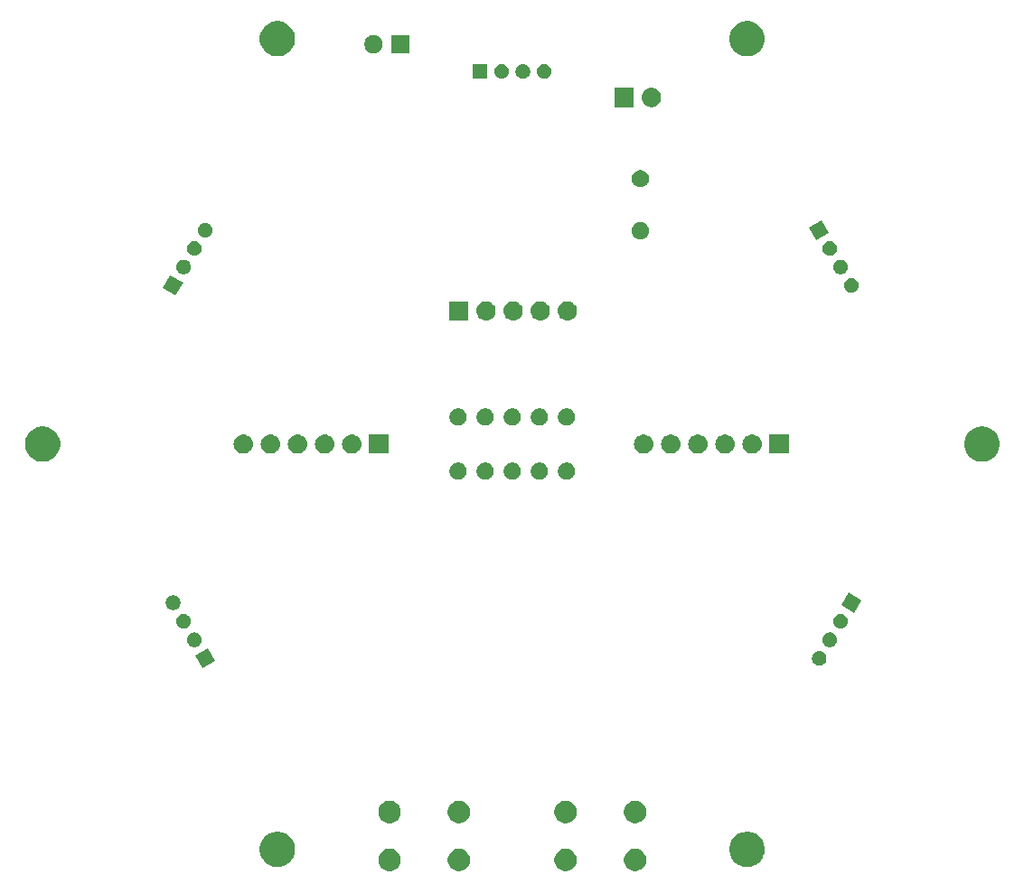
<source format=gbs>
G04 #@! TF.GenerationSoftware,KiCad,Pcbnew,(5.0.2)-1*
G04 #@! TF.CreationDate,2020-05-05T14:41:23+09:00*
G04 #@! TF.ProjectId,Ground,47726f75-6e64-42e6-9b69-6361645f7063,rev?*
G04 #@! TF.SameCoordinates,Original*
G04 #@! TF.FileFunction,Soldermask,Bot*
G04 #@! TF.FilePolarity,Negative*
%FSLAX46Y46*%
G04 Gerber Fmt 4.6, Leading zero omitted, Abs format (unit mm)*
G04 Created by KiCad (PCBNEW (5.0.2)-1) date 2020/05/05 14:41:23*
%MOMM*%
%LPD*%
G01*
G04 APERTURE LIST*
%ADD10C,0.100000*%
G04 APERTURE END LIST*
D10*
G36*
X125306565Y-142989389D02*
X125497834Y-143068615D01*
X125669976Y-143183637D01*
X125816363Y-143330024D01*
X125931385Y-143502166D01*
X126010611Y-143693435D01*
X126051000Y-143896484D01*
X126051000Y-144103516D01*
X126010611Y-144306565D01*
X125931385Y-144497834D01*
X125816363Y-144669976D01*
X125669976Y-144816363D01*
X125497834Y-144931385D01*
X125306565Y-145010611D01*
X125103516Y-145051000D01*
X124896484Y-145051000D01*
X124693435Y-145010611D01*
X124502166Y-144931385D01*
X124330024Y-144816363D01*
X124183637Y-144669976D01*
X124068615Y-144497834D01*
X123989389Y-144306565D01*
X123949000Y-144103516D01*
X123949000Y-143896484D01*
X123989389Y-143693435D01*
X124068615Y-143502166D01*
X124183637Y-143330024D01*
X124330024Y-143183637D01*
X124502166Y-143068615D01*
X124693435Y-142989389D01*
X124896484Y-142949000D01*
X125103516Y-142949000D01*
X125306565Y-142989389D01*
X125306565Y-142989389D01*
G37*
G36*
X118806565Y-142989389D02*
X118997834Y-143068615D01*
X119169976Y-143183637D01*
X119316363Y-143330024D01*
X119431385Y-143502166D01*
X119510611Y-143693435D01*
X119551000Y-143896484D01*
X119551000Y-144103516D01*
X119510611Y-144306565D01*
X119431385Y-144497834D01*
X119316363Y-144669976D01*
X119169976Y-144816363D01*
X118997834Y-144931385D01*
X118806565Y-145010611D01*
X118603516Y-145051000D01*
X118396484Y-145051000D01*
X118193435Y-145010611D01*
X118002166Y-144931385D01*
X117830024Y-144816363D01*
X117683637Y-144669976D01*
X117568615Y-144497834D01*
X117489389Y-144306565D01*
X117449000Y-144103516D01*
X117449000Y-143896484D01*
X117489389Y-143693435D01*
X117568615Y-143502166D01*
X117683637Y-143330024D01*
X117830024Y-143183637D01*
X118002166Y-143068615D01*
X118193435Y-142989389D01*
X118396484Y-142949000D01*
X118603516Y-142949000D01*
X118806565Y-142989389D01*
X118806565Y-142989389D01*
G37*
G36*
X141806565Y-142989389D02*
X141997834Y-143068615D01*
X142169976Y-143183637D01*
X142316363Y-143330024D01*
X142431385Y-143502166D01*
X142510611Y-143693435D01*
X142551000Y-143896484D01*
X142551000Y-144103516D01*
X142510611Y-144306565D01*
X142431385Y-144497834D01*
X142316363Y-144669976D01*
X142169976Y-144816363D01*
X141997834Y-144931385D01*
X141806565Y-145010611D01*
X141603516Y-145051000D01*
X141396484Y-145051000D01*
X141193435Y-145010611D01*
X141002166Y-144931385D01*
X140830024Y-144816363D01*
X140683637Y-144669976D01*
X140568615Y-144497834D01*
X140489389Y-144306565D01*
X140449000Y-144103516D01*
X140449000Y-143896484D01*
X140489389Y-143693435D01*
X140568615Y-143502166D01*
X140683637Y-143330024D01*
X140830024Y-143183637D01*
X141002166Y-143068615D01*
X141193435Y-142989389D01*
X141396484Y-142949000D01*
X141603516Y-142949000D01*
X141806565Y-142989389D01*
X141806565Y-142989389D01*
G37*
G36*
X135306565Y-142989389D02*
X135497834Y-143068615D01*
X135669976Y-143183637D01*
X135816363Y-143330024D01*
X135931385Y-143502166D01*
X136010611Y-143693435D01*
X136051000Y-143896484D01*
X136051000Y-144103516D01*
X136010611Y-144306565D01*
X135931385Y-144497834D01*
X135816363Y-144669976D01*
X135669976Y-144816363D01*
X135497834Y-144931385D01*
X135306565Y-145010611D01*
X135103516Y-145051000D01*
X134896484Y-145051000D01*
X134693435Y-145010611D01*
X134502166Y-144931385D01*
X134330024Y-144816363D01*
X134183637Y-144669976D01*
X134068615Y-144497834D01*
X133989389Y-144306565D01*
X133949000Y-144103516D01*
X133949000Y-143896484D01*
X133989389Y-143693435D01*
X134068615Y-143502166D01*
X134183637Y-143330024D01*
X134330024Y-143183637D01*
X134502166Y-143068615D01*
X134693435Y-142989389D01*
X134896484Y-142949000D01*
X135103516Y-142949000D01*
X135306565Y-142989389D01*
X135306565Y-142989389D01*
G37*
G36*
X152375256Y-141391298D02*
X152481579Y-141412447D01*
X152782042Y-141536903D01*
X153048852Y-141715180D01*
X153052454Y-141717587D01*
X153282413Y-141947546D01*
X153463098Y-142217960D01*
X153587553Y-142518422D01*
X153651000Y-142837389D01*
X153651000Y-143162611D01*
X153617699Y-143330024D01*
X153587553Y-143481579D01*
X153499799Y-143693435D01*
X153463098Y-143782040D01*
X153282413Y-144052454D01*
X153052454Y-144282413D01*
X153052451Y-144282415D01*
X152782042Y-144463097D01*
X152481579Y-144587553D01*
X152375256Y-144608702D01*
X152162611Y-144651000D01*
X151837389Y-144651000D01*
X151624744Y-144608702D01*
X151518421Y-144587553D01*
X151217958Y-144463097D01*
X150947549Y-144282415D01*
X150947546Y-144282413D01*
X150717587Y-144052454D01*
X150536902Y-143782040D01*
X150500201Y-143693435D01*
X150412447Y-143481579D01*
X150382301Y-143330024D01*
X150349000Y-143162611D01*
X150349000Y-142837389D01*
X150412447Y-142518422D01*
X150536902Y-142217960D01*
X150717587Y-141947546D01*
X150947546Y-141717587D01*
X150951148Y-141715180D01*
X151217958Y-141536903D01*
X151518421Y-141412447D01*
X151624744Y-141391298D01*
X151837389Y-141349000D01*
X152162611Y-141349000D01*
X152375256Y-141391298D01*
X152375256Y-141391298D01*
G37*
G36*
X108375256Y-141391298D02*
X108481579Y-141412447D01*
X108782042Y-141536903D01*
X109048852Y-141715180D01*
X109052454Y-141717587D01*
X109282413Y-141947546D01*
X109463098Y-142217960D01*
X109587553Y-142518422D01*
X109651000Y-142837389D01*
X109651000Y-143162611D01*
X109617699Y-143330024D01*
X109587553Y-143481579D01*
X109499799Y-143693435D01*
X109463098Y-143782040D01*
X109282413Y-144052454D01*
X109052454Y-144282413D01*
X109052451Y-144282415D01*
X108782042Y-144463097D01*
X108481579Y-144587553D01*
X108375256Y-144608702D01*
X108162611Y-144651000D01*
X107837389Y-144651000D01*
X107624744Y-144608702D01*
X107518421Y-144587553D01*
X107217958Y-144463097D01*
X106947549Y-144282415D01*
X106947546Y-144282413D01*
X106717587Y-144052454D01*
X106536902Y-143782040D01*
X106500201Y-143693435D01*
X106412447Y-143481579D01*
X106382301Y-143330024D01*
X106349000Y-143162611D01*
X106349000Y-142837389D01*
X106412447Y-142518422D01*
X106536902Y-142217960D01*
X106717587Y-141947546D01*
X106947546Y-141717587D01*
X106951148Y-141715180D01*
X107217958Y-141536903D01*
X107518421Y-141412447D01*
X107624744Y-141391298D01*
X107837389Y-141349000D01*
X108162611Y-141349000D01*
X108375256Y-141391298D01*
X108375256Y-141391298D01*
G37*
G36*
X141806565Y-138489389D02*
X141997834Y-138568615D01*
X142169976Y-138683637D01*
X142316363Y-138830024D01*
X142431385Y-139002166D01*
X142510611Y-139193435D01*
X142551000Y-139396484D01*
X142551000Y-139603516D01*
X142510611Y-139806565D01*
X142431385Y-139997834D01*
X142316363Y-140169976D01*
X142169976Y-140316363D01*
X141997834Y-140431385D01*
X141806565Y-140510611D01*
X141603516Y-140551000D01*
X141396484Y-140551000D01*
X141193435Y-140510611D01*
X141002166Y-140431385D01*
X140830024Y-140316363D01*
X140683637Y-140169976D01*
X140568615Y-139997834D01*
X140489389Y-139806565D01*
X140449000Y-139603516D01*
X140449000Y-139396484D01*
X140489389Y-139193435D01*
X140568615Y-139002166D01*
X140683637Y-138830024D01*
X140830024Y-138683637D01*
X141002166Y-138568615D01*
X141193435Y-138489389D01*
X141396484Y-138449000D01*
X141603516Y-138449000D01*
X141806565Y-138489389D01*
X141806565Y-138489389D01*
G37*
G36*
X118806565Y-138489389D02*
X118997834Y-138568615D01*
X119169976Y-138683637D01*
X119316363Y-138830024D01*
X119431385Y-139002166D01*
X119510611Y-139193435D01*
X119551000Y-139396484D01*
X119551000Y-139603516D01*
X119510611Y-139806565D01*
X119431385Y-139997834D01*
X119316363Y-140169976D01*
X119169976Y-140316363D01*
X118997834Y-140431385D01*
X118806565Y-140510611D01*
X118603516Y-140551000D01*
X118396484Y-140551000D01*
X118193435Y-140510611D01*
X118002166Y-140431385D01*
X117830024Y-140316363D01*
X117683637Y-140169976D01*
X117568615Y-139997834D01*
X117489389Y-139806565D01*
X117449000Y-139603516D01*
X117449000Y-139396484D01*
X117489389Y-139193435D01*
X117568615Y-139002166D01*
X117683637Y-138830024D01*
X117830024Y-138683637D01*
X118002166Y-138568615D01*
X118193435Y-138489389D01*
X118396484Y-138449000D01*
X118603516Y-138449000D01*
X118806565Y-138489389D01*
X118806565Y-138489389D01*
G37*
G36*
X125306565Y-138489389D02*
X125497834Y-138568615D01*
X125669976Y-138683637D01*
X125816363Y-138830024D01*
X125931385Y-139002166D01*
X126010611Y-139193435D01*
X126051000Y-139396484D01*
X126051000Y-139603516D01*
X126010611Y-139806565D01*
X125931385Y-139997834D01*
X125816363Y-140169976D01*
X125669976Y-140316363D01*
X125497834Y-140431385D01*
X125306565Y-140510611D01*
X125103516Y-140551000D01*
X124896484Y-140551000D01*
X124693435Y-140510611D01*
X124502166Y-140431385D01*
X124330024Y-140316363D01*
X124183637Y-140169976D01*
X124068615Y-139997834D01*
X123989389Y-139806565D01*
X123949000Y-139603516D01*
X123949000Y-139396484D01*
X123989389Y-139193435D01*
X124068615Y-139002166D01*
X124183637Y-138830024D01*
X124330024Y-138683637D01*
X124502166Y-138568615D01*
X124693435Y-138489389D01*
X124896484Y-138449000D01*
X125103516Y-138449000D01*
X125306565Y-138489389D01*
X125306565Y-138489389D01*
G37*
G36*
X135306565Y-138489389D02*
X135497834Y-138568615D01*
X135669976Y-138683637D01*
X135816363Y-138830024D01*
X135931385Y-139002166D01*
X136010611Y-139193435D01*
X136051000Y-139396484D01*
X136051000Y-139603516D01*
X136010611Y-139806565D01*
X135931385Y-139997834D01*
X135816363Y-140169976D01*
X135669976Y-140316363D01*
X135497834Y-140431385D01*
X135306565Y-140510611D01*
X135103516Y-140551000D01*
X134896484Y-140551000D01*
X134693435Y-140510611D01*
X134502166Y-140431385D01*
X134330024Y-140316363D01*
X134183637Y-140169976D01*
X134068615Y-139997834D01*
X133989389Y-139806565D01*
X133949000Y-139603516D01*
X133949000Y-139396484D01*
X133989389Y-139193435D01*
X134068615Y-139002166D01*
X134183637Y-138830024D01*
X134330024Y-138683637D01*
X134502166Y-138568615D01*
X134693435Y-138489389D01*
X134896484Y-138449000D01*
X135103516Y-138449000D01*
X135306565Y-138489389D01*
X135306565Y-138489389D01*
G37*
G36*
X102158349Y-125323885D02*
X100970161Y-126009885D01*
X100284161Y-124821697D01*
X101472349Y-124135697D01*
X102158349Y-125323885D01*
X102158349Y-125323885D01*
G37*
G36*
X158953947Y-124413213D02*
X159078789Y-124464924D01*
X159191152Y-124540003D01*
X159286697Y-124635548D01*
X159361776Y-124747911D01*
X159413487Y-124872753D01*
X159439849Y-125005284D01*
X159439849Y-125140418D01*
X159413487Y-125272949D01*
X159361776Y-125397791D01*
X159286697Y-125510154D01*
X159191152Y-125605699D01*
X159078789Y-125680778D01*
X158953947Y-125732489D01*
X158821416Y-125758851D01*
X158686282Y-125758851D01*
X158553751Y-125732489D01*
X158428909Y-125680778D01*
X158316546Y-125605699D01*
X158221001Y-125510154D01*
X158145922Y-125397791D01*
X158094211Y-125272949D01*
X158067849Y-125140418D01*
X158067849Y-125005284D01*
X158094211Y-124872753D01*
X158145922Y-124747911D01*
X158221001Y-124635548D01*
X158316546Y-124540003D01*
X158428909Y-124464924D01*
X158553751Y-124413213D01*
X158686282Y-124386851D01*
X158821416Y-124386851D01*
X158953947Y-124413213D01*
X158953947Y-124413213D01*
G37*
G36*
X100420489Y-122679846D02*
X100545331Y-122731557D01*
X100657694Y-122806636D01*
X100753239Y-122902181D01*
X100828318Y-123014544D01*
X100880029Y-123139386D01*
X100906391Y-123271917D01*
X100906391Y-123407051D01*
X100880029Y-123539582D01*
X100828318Y-123664424D01*
X100753239Y-123776787D01*
X100657694Y-123872332D01*
X100545331Y-123947411D01*
X100420489Y-123999122D01*
X100287958Y-124025484D01*
X100152824Y-124025484D01*
X100020293Y-123999122D01*
X99895451Y-123947411D01*
X99783088Y-123872332D01*
X99687543Y-123776787D01*
X99612464Y-123664424D01*
X99560753Y-123539582D01*
X99534391Y-123407051D01*
X99534391Y-123271917D01*
X99560753Y-123139386D01*
X99612464Y-123014544D01*
X99687543Y-122902181D01*
X99783088Y-122806636D01*
X99895451Y-122731557D01*
X100020293Y-122679846D01*
X100152824Y-122653484D01*
X100287958Y-122653484D01*
X100420489Y-122679846D01*
X100420489Y-122679846D01*
G37*
G36*
X159954707Y-122679846D02*
X160079549Y-122731557D01*
X160191912Y-122806636D01*
X160287457Y-122902181D01*
X160362536Y-123014544D01*
X160414247Y-123139386D01*
X160440609Y-123271917D01*
X160440609Y-123407051D01*
X160414247Y-123539582D01*
X160362536Y-123664424D01*
X160287457Y-123776787D01*
X160191912Y-123872332D01*
X160079549Y-123947411D01*
X159954707Y-123999122D01*
X159822176Y-124025484D01*
X159687042Y-124025484D01*
X159554511Y-123999122D01*
X159429669Y-123947411D01*
X159317306Y-123872332D01*
X159221761Y-123776787D01*
X159146682Y-123664424D01*
X159094971Y-123539582D01*
X159068609Y-123407051D01*
X159068609Y-123271917D01*
X159094971Y-123139386D01*
X159146682Y-123014544D01*
X159221761Y-122902181D01*
X159317306Y-122806636D01*
X159429669Y-122731557D01*
X159554511Y-122679846D01*
X159687042Y-122653484D01*
X159822176Y-122653484D01*
X159954707Y-122679846D01*
X159954707Y-122679846D01*
G37*
G36*
X160952927Y-120950878D02*
X161077769Y-121002589D01*
X161190132Y-121077668D01*
X161285677Y-121173213D01*
X161360756Y-121285576D01*
X161412467Y-121410418D01*
X161438829Y-121542949D01*
X161438829Y-121678083D01*
X161412467Y-121810614D01*
X161360756Y-121935456D01*
X161285677Y-122047819D01*
X161190132Y-122143364D01*
X161077769Y-122218443D01*
X160952927Y-122270154D01*
X160820396Y-122296516D01*
X160685262Y-122296516D01*
X160552731Y-122270154D01*
X160427889Y-122218443D01*
X160315526Y-122143364D01*
X160219981Y-122047819D01*
X160144902Y-121935456D01*
X160093191Y-121810614D01*
X160066829Y-121678083D01*
X160066829Y-121542949D01*
X160093191Y-121410418D01*
X160144902Y-121285576D01*
X160219981Y-121173213D01*
X160315526Y-121077668D01*
X160427889Y-121002589D01*
X160552731Y-120950878D01*
X160685262Y-120924516D01*
X160820396Y-120924516D01*
X160952927Y-120950878D01*
X160952927Y-120950878D01*
G37*
G36*
X99422269Y-120950878D02*
X99547111Y-121002589D01*
X99659474Y-121077668D01*
X99755019Y-121173213D01*
X99830098Y-121285576D01*
X99881809Y-121410418D01*
X99908171Y-121542949D01*
X99908171Y-121678083D01*
X99881809Y-121810614D01*
X99830098Y-121935456D01*
X99755019Y-122047819D01*
X99659474Y-122143364D01*
X99547111Y-122218443D01*
X99422269Y-122270154D01*
X99289738Y-122296516D01*
X99154604Y-122296516D01*
X99022073Y-122270154D01*
X98897231Y-122218443D01*
X98784868Y-122143364D01*
X98689323Y-122047819D01*
X98614244Y-121935456D01*
X98562533Y-121810614D01*
X98536171Y-121678083D01*
X98536171Y-121542949D01*
X98562533Y-121410418D01*
X98614244Y-121285576D01*
X98689323Y-121173213D01*
X98784868Y-121077668D01*
X98897231Y-121002589D01*
X99022073Y-120950878D01*
X99154604Y-120924516D01*
X99289738Y-120924516D01*
X99422269Y-120950878D01*
X99422269Y-120950878D01*
G37*
G36*
X162690579Y-119625995D02*
X162004579Y-120814183D01*
X160816391Y-120128183D01*
X161502391Y-118939995D01*
X162690579Y-119625995D01*
X162690579Y-119625995D01*
G37*
G36*
X98421509Y-119217511D02*
X98546351Y-119269222D01*
X98658714Y-119344301D01*
X98754259Y-119439846D01*
X98829338Y-119552209D01*
X98881049Y-119677051D01*
X98907411Y-119809582D01*
X98907411Y-119944716D01*
X98881049Y-120077247D01*
X98829338Y-120202089D01*
X98754259Y-120314452D01*
X98658714Y-120409997D01*
X98546351Y-120485076D01*
X98421509Y-120536787D01*
X98288978Y-120563149D01*
X98153844Y-120563149D01*
X98021313Y-120536787D01*
X97896471Y-120485076D01*
X97784108Y-120409997D01*
X97688563Y-120314452D01*
X97613484Y-120202089D01*
X97561773Y-120077247D01*
X97535411Y-119944716D01*
X97535411Y-119809582D01*
X97561773Y-119677051D01*
X97613484Y-119552209D01*
X97688563Y-119439846D01*
X97784108Y-119344301D01*
X97896471Y-119269222D01*
X98021313Y-119217511D01*
X98153844Y-119191149D01*
X98288978Y-119191149D01*
X98421509Y-119217511D01*
X98421509Y-119217511D01*
G37*
G36*
X135317142Y-106758242D02*
X135465102Y-106819530D01*
X135598258Y-106908502D01*
X135711498Y-107021742D01*
X135800470Y-107154898D01*
X135861758Y-107302858D01*
X135893000Y-107459925D01*
X135893000Y-107620075D01*
X135861758Y-107777142D01*
X135800470Y-107925102D01*
X135711498Y-108058258D01*
X135598258Y-108171498D01*
X135465102Y-108260470D01*
X135317142Y-108321758D01*
X135160075Y-108353000D01*
X134999925Y-108353000D01*
X134842858Y-108321758D01*
X134694898Y-108260470D01*
X134561742Y-108171498D01*
X134448502Y-108058258D01*
X134359530Y-107925102D01*
X134298242Y-107777142D01*
X134267000Y-107620075D01*
X134267000Y-107459925D01*
X134298242Y-107302858D01*
X134359530Y-107154898D01*
X134448502Y-107021742D01*
X134561742Y-106908502D01*
X134694898Y-106819530D01*
X134842858Y-106758242D01*
X134999925Y-106727000D01*
X135160075Y-106727000D01*
X135317142Y-106758242D01*
X135317142Y-106758242D01*
G37*
G36*
X132777142Y-106758242D02*
X132925102Y-106819530D01*
X133058258Y-106908502D01*
X133171498Y-107021742D01*
X133260470Y-107154898D01*
X133321758Y-107302858D01*
X133353000Y-107459925D01*
X133353000Y-107620075D01*
X133321758Y-107777142D01*
X133260470Y-107925102D01*
X133171498Y-108058258D01*
X133058258Y-108171498D01*
X132925102Y-108260470D01*
X132777142Y-108321758D01*
X132620075Y-108353000D01*
X132459925Y-108353000D01*
X132302858Y-108321758D01*
X132154898Y-108260470D01*
X132021742Y-108171498D01*
X131908502Y-108058258D01*
X131819530Y-107925102D01*
X131758242Y-107777142D01*
X131727000Y-107620075D01*
X131727000Y-107459925D01*
X131758242Y-107302858D01*
X131819530Y-107154898D01*
X131908502Y-107021742D01*
X132021742Y-106908502D01*
X132154898Y-106819530D01*
X132302858Y-106758242D01*
X132459925Y-106727000D01*
X132620075Y-106727000D01*
X132777142Y-106758242D01*
X132777142Y-106758242D01*
G37*
G36*
X130237142Y-106758242D02*
X130385102Y-106819530D01*
X130518258Y-106908502D01*
X130631498Y-107021742D01*
X130720470Y-107154898D01*
X130781758Y-107302858D01*
X130813000Y-107459925D01*
X130813000Y-107620075D01*
X130781758Y-107777142D01*
X130720470Y-107925102D01*
X130631498Y-108058258D01*
X130518258Y-108171498D01*
X130385102Y-108260470D01*
X130237142Y-108321758D01*
X130080075Y-108353000D01*
X129919925Y-108353000D01*
X129762858Y-108321758D01*
X129614898Y-108260470D01*
X129481742Y-108171498D01*
X129368502Y-108058258D01*
X129279530Y-107925102D01*
X129218242Y-107777142D01*
X129187000Y-107620075D01*
X129187000Y-107459925D01*
X129218242Y-107302858D01*
X129279530Y-107154898D01*
X129368502Y-107021742D01*
X129481742Y-106908502D01*
X129614898Y-106819530D01*
X129762858Y-106758242D01*
X129919925Y-106727000D01*
X130080075Y-106727000D01*
X130237142Y-106758242D01*
X130237142Y-106758242D01*
G37*
G36*
X125157142Y-106758242D02*
X125305102Y-106819530D01*
X125438258Y-106908502D01*
X125551498Y-107021742D01*
X125640470Y-107154898D01*
X125701758Y-107302858D01*
X125733000Y-107459925D01*
X125733000Y-107620075D01*
X125701758Y-107777142D01*
X125640470Y-107925102D01*
X125551498Y-108058258D01*
X125438258Y-108171498D01*
X125305102Y-108260470D01*
X125157142Y-108321758D01*
X125000075Y-108353000D01*
X124839925Y-108353000D01*
X124682858Y-108321758D01*
X124534898Y-108260470D01*
X124401742Y-108171498D01*
X124288502Y-108058258D01*
X124199530Y-107925102D01*
X124138242Y-107777142D01*
X124107000Y-107620075D01*
X124107000Y-107459925D01*
X124138242Y-107302858D01*
X124199530Y-107154898D01*
X124288502Y-107021742D01*
X124401742Y-106908502D01*
X124534898Y-106819530D01*
X124682858Y-106758242D01*
X124839925Y-106727000D01*
X125000075Y-106727000D01*
X125157142Y-106758242D01*
X125157142Y-106758242D01*
G37*
G36*
X127697142Y-106758242D02*
X127845102Y-106819530D01*
X127978258Y-106908502D01*
X128091498Y-107021742D01*
X128180470Y-107154898D01*
X128241758Y-107302858D01*
X128273000Y-107459925D01*
X128273000Y-107620075D01*
X128241758Y-107777142D01*
X128180470Y-107925102D01*
X128091498Y-108058258D01*
X127978258Y-108171498D01*
X127845102Y-108260470D01*
X127697142Y-108321758D01*
X127540075Y-108353000D01*
X127379925Y-108353000D01*
X127222858Y-108321758D01*
X127074898Y-108260470D01*
X126941742Y-108171498D01*
X126828502Y-108058258D01*
X126739530Y-107925102D01*
X126678242Y-107777142D01*
X126647000Y-107620075D01*
X126647000Y-107459925D01*
X126678242Y-107302858D01*
X126739530Y-107154898D01*
X126828502Y-107021742D01*
X126941742Y-106908502D01*
X127074898Y-106819530D01*
X127222858Y-106758242D01*
X127379925Y-106727000D01*
X127540075Y-106727000D01*
X127697142Y-106758242D01*
X127697142Y-106758242D01*
G37*
G36*
X174375256Y-103391298D02*
X174481579Y-103412447D01*
X174782042Y-103536903D01*
X175048852Y-103715180D01*
X175052454Y-103717587D01*
X175282413Y-103947546D01*
X175282415Y-103947549D01*
X175463097Y-104217958D01*
X175587553Y-104518421D01*
X175651000Y-104837391D01*
X175651000Y-105162609D01*
X175587553Y-105481579D01*
X175463097Y-105782042D01*
X175284820Y-106048852D01*
X175282413Y-106052454D01*
X175052454Y-106282413D01*
X175052451Y-106282415D01*
X174782042Y-106463097D01*
X174481579Y-106587553D01*
X174375256Y-106608702D01*
X174162611Y-106651000D01*
X173837389Y-106651000D01*
X173624744Y-106608702D01*
X173518421Y-106587553D01*
X173217958Y-106463097D01*
X172947549Y-106282415D01*
X172947546Y-106282413D01*
X172717587Y-106052454D01*
X172715180Y-106048852D01*
X172536903Y-105782042D01*
X172412447Y-105481579D01*
X172349000Y-105162609D01*
X172349000Y-104837391D01*
X172412447Y-104518421D01*
X172536903Y-104217958D01*
X172717585Y-103947549D01*
X172717587Y-103947546D01*
X172947546Y-103717587D01*
X172951148Y-103715180D01*
X173217958Y-103536903D01*
X173518421Y-103412447D01*
X173624744Y-103391298D01*
X173837389Y-103349000D01*
X174162611Y-103349000D01*
X174375256Y-103391298D01*
X174375256Y-103391298D01*
G37*
G36*
X86375256Y-103391298D02*
X86481579Y-103412447D01*
X86782042Y-103536903D01*
X87048852Y-103715180D01*
X87052454Y-103717587D01*
X87282413Y-103947546D01*
X87282415Y-103947549D01*
X87463097Y-104217958D01*
X87587553Y-104518421D01*
X87651000Y-104837391D01*
X87651000Y-105162609D01*
X87587553Y-105481579D01*
X87463097Y-105782042D01*
X87284820Y-106048852D01*
X87282413Y-106052454D01*
X87052454Y-106282413D01*
X87052451Y-106282415D01*
X86782042Y-106463097D01*
X86481579Y-106587553D01*
X86375256Y-106608702D01*
X86162611Y-106651000D01*
X85837389Y-106651000D01*
X85624744Y-106608702D01*
X85518421Y-106587553D01*
X85217958Y-106463097D01*
X84947549Y-106282415D01*
X84947546Y-106282413D01*
X84717587Y-106052454D01*
X84715180Y-106048852D01*
X84536903Y-105782042D01*
X84412447Y-105481579D01*
X84349000Y-105162609D01*
X84349000Y-104837391D01*
X84412447Y-104518421D01*
X84536903Y-104217958D01*
X84717585Y-103947549D01*
X84717587Y-103947546D01*
X84947546Y-103717587D01*
X84951148Y-103715180D01*
X85217958Y-103536903D01*
X85518421Y-103412447D01*
X85624744Y-103391298D01*
X85837389Y-103349000D01*
X86162611Y-103349000D01*
X86375256Y-103391298D01*
X86375256Y-103391298D01*
G37*
G36*
X109990442Y-104105518D02*
X110056627Y-104112037D01*
X110169853Y-104146384D01*
X110226467Y-104163557D01*
X110328246Y-104217960D01*
X110382991Y-104247222D01*
X110418729Y-104276552D01*
X110520186Y-104359814D01*
X110603448Y-104461271D01*
X110632778Y-104497009D01*
X110632779Y-104497011D01*
X110716443Y-104653533D01*
X110716443Y-104653534D01*
X110767963Y-104823373D01*
X110785359Y-105000000D01*
X110767963Y-105176627D01*
X110733616Y-105289853D01*
X110716443Y-105346467D01*
X110644224Y-105481578D01*
X110632778Y-105502991D01*
X110603448Y-105538729D01*
X110520186Y-105640186D01*
X110418729Y-105723448D01*
X110382991Y-105752778D01*
X110382989Y-105752779D01*
X110226467Y-105836443D01*
X110169853Y-105853616D01*
X110056627Y-105887963D01*
X109990442Y-105894482D01*
X109924260Y-105901000D01*
X109835740Y-105901000D01*
X109769558Y-105894482D01*
X109703373Y-105887963D01*
X109590147Y-105853616D01*
X109533533Y-105836443D01*
X109377011Y-105752779D01*
X109377009Y-105752778D01*
X109341271Y-105723448D01*
X109239814Y-105640186D01*
X109156552Y-105538729D01*
X109127222Y-105502991D01*
X109115776Y-105481578D01*
X109043557Y-105346467D01*
X109026384Y-105289853D01*
X108992037Y-105176627D01*
X108974641Y-105000000D01*
X108992037Y-104823373D01*
X109043557Y-104653534D01*
X109043557Y-104653533D01*
X109127221Y-104497011D01*
X109127222Y-104497009D01*
X109156552Y-104461271D01*
X109239814Y-104359814D01*
X109341271Y-104276552D01*
X109377009Y-104247222D01*
X109431754Y-104217960D01*
X109533533Y-104163557D01*
X109590147Y-104146384D01*
X109703373Y-104112037D01*
X109769558Y-104105518D01*
X109835740Y-104099000D01*
X109924260Y-104099000D01*
X109990442Y-104105518D01*
X109990442Y-104105518D01*
G37*
G36*
X115070442Y-104105518D02*
X115136627Y-104112037D01*
X115249853Y-104146384D01*
X115306467Y-104163557D01*
X115408246Y-104217960D01*
X115462991Y-104247222D01*
X115498729Y-104276552D01*
X115600186Y-104359814D01*
X115683448Y-104461271D01*
X115712778Y-104497009D01*
X115712779Y-104497011D01*
X115796443Y-104653533D01*
X115796443Y-104653534D01*
X115847963Y-104823373D01*
X115865359Y-105000000D01*
X115847963Y-105176627D01*
X115813616Y-105289853D01*
X115796443Y-105346467D01*
X115724224Y-105481578D01*
X115712778Y-105502991D01*
X115683448Y-105538729D01*
X115600186Y-105640186D01*
X115498729Y-105723448D01*
X115462991Y-105752778D01*
X115462989Y-105752779D01*
X115306467Y-105836443D01*
X115249853Y-105853616D01*
X115136627Y-105887963D01*
X115070442Y-105894482D01*
X115004260Y-105901000D01*
X114915740Y-105901000D01*
X114849558Y-105894482D01*
X114783373Y-105887963D01*
X114670147Y-105853616D01*
X114613533Y-105836443D01*
X114457011Y-105752779D01*
X114457009Y-105752778D01*
X114421271Y-105723448D01*
X114319814Y-105640186D01*
X114236552Y-105538729D01*
X114207222Y-105502991D01*
X114195776Y-105481578D01*
X114123557Y-105346467D01*
X114106384Y-105289853D01*
X114072037Y-105176627D01*
X114054641Y-105000000D01*
X114072037Y-104823373D01*
X114123557Y-104653534D01*
X114123557Y-104653533D01*
X114207221Y-104497011D01*
X114207222Y-104497009D01*
X114236552Y-104461271D01*
X114319814Y-104359814D01*
X114421271Y-104276552D01*
X114457009Y-104247222D01*
X114511754Y-104217960D01*
X114613533Y-104163557D01*
X114670147Y-104146384D01*
X114783373Y-104112037D01*
X114849558Y-104105518D01*
X114915740Y-104099000D01*
X115004260Y-104099000D01*
X115070442Y-104105518D01*
X115070442Y-104105518D01*
G37*
G36*
X118401000Y-105901000D02*
X116599000Y-105901000D01*
X116599000Y-104099000D01*
X118401000Y-104099000D01*
X118401000Y-105901000D01*
X118401000Y-105901000D01*
G37*
G36*
X112530442Y-104105518D02*
X112596627Y-104112037D01*
X112709853Y-104146384D01*
X112766467Y-104163557D01*
X112868246Y-104217960D01*
X112922991Y-104247222D01*
X112958729Y-104276552D01*
X113060186Y-104359814D01*
X113143448Y-104461271D01*
X113172778Y-104497009D01*
X113172779Y-104497011D01*
X113256443Y-104653533D01*
X113256443Y-104653534D01*
X113307963Y-104823373D01*
X113325359Y-105000000D01*
X113307963Y-105176627D01*
X113273616Y-105289853D01*
X113256443Y-105346467D01*
X113184224Y-105481578D01*
X113172778Y-105502991D01*
X113143448Y-105538729D01*
X113060186Y-105640186D01*
X112958729Y-105723448D01*
X112922991Y-105752778D01*
X112922989Y-105752779D01*
X112766467Y-105836443D01*
X112709853Y-105853616D01*
X112596627Y-105887963D01*
X112530442Y-105894482D01*
X112464260Y-105901000D01*
X112375740Y-105901000D01*
X112309558Y-105894482D01*
X112243373Y-105887963D01*
X112130147Y-105853616D01*
X112073533Y-105836443D01*
X111917011Y-105752779D01*
X111917009Y-105752778D01*
X111881271Y-105723448D01*
X111779814Y-105640186D01*
X111696552Y-105538729D01*
X111667222Y-105502991D01*
X111655776Y-105481578D01*
X111583557Y-105346467D01*
X111566384Y-105289853D01*
X111532037Y-105176627D01*
X111514641Y-105000000D01*
X111532037Y-104823373D01*
X111583557Y-104653534D01*
X111583557Y-104653533D01*
X111667221Y-104497011D01*
X111667222Y-104497009D01*
X111696552Y-104461271D01*
X111779814Y-104359814D01*
X111881271Y-104276552D01*
X111917009Y-104247222D01*
X111971754Y-104217960D01*
X112073533Y-104163557D01*
X112130147Y-104146384D01*
X112243373Y-104112037D01*
X112309558Y-104105518D01*
X112375740Y-104099000D01*
X112464260Y-104099000D01*
X112530442Y-104105518D01*
X112530442Y-104105518D01*
G37*
G36*
X107450442Y-104105518D02*
X107516627Y-104112037D01*
X107629853Y-104146384D01*
X107686467Y-104163557D01*
X107788246Y-104217960D01*
X107842991Y-104247222D01*
X107878729Y-104276552D01*
X107980186Y-104359814D01*
X108063448Y-104461271D01*
X108092778Y-104497009D01*
X108092779Y-104497011D01*
X108176443Y-104653533D01*
X108176443Y-104653534D01*
X108227963Y-104823373D01*
X108245359Y-105000000D01*
X108227963Y-105176627D01*
X108193616Y-105289853D01*
X108176443Y-105346467D01*
X108104224Y-105481578D01*
X108092778Y-105502991D01*
X108063448Y-105538729D01*
X107980186Y-105640186D01*
X107878729Y-105723448D01*
X107842991Y-105752778D01*
X107842989Y-105752779D01*
X107686467Y-105836443D01*
X107629853Y-105853616D01*
X107516627Y-105887963D01*
X107450442Y-105894482D01*
X107384260Y-105901000D01*
X107295740Y-105901000D01*
X107229558Y-105894482D01*
X107163373Y-105887963D01*
X107050147Y-105853616D01*
X106993533Y-105836443D01*
X106837011Y-105752779D01*
X106837009Y-105752778D01*
X106801271Y-105723448D01*
X106699814Y-105640186D01*
X106616552Y-105538729D01*
X106587222Y-105502991D01*
X106575776Y-105481578D01*
X106503557Y-105346467D01*
X106486384Y-105289853D01*
X106452037Y-105176627D01*
X106434641Y-105000000D01*
X106452037Y-104823373D01*
X106503557Y-104653534D01*
X106503557Y-104653533D01*
X106587221Y-104497011D01*
X106587222Y-104497009D01*
X106616552Y-104461271D01*
X106699814Y-104359814D01*
X106801271Y-104276552D01*
X106837009Y-104247222D01*
X106891754Y-104217960D01*
X106993533Y-104163557D01*
X107050147Y-104146384D01*
X107163373Y-104112037D01*
X107229558Y-104105518D01*
X107295740Y-104099000D01*
X107384260Y-104099000D01*
X107450442Y-104105518D01*
X107450442Y-104105518D01*
G37*
G36*
X104910442Y-104105518D02*
X104976627Y-104112037D01*
X105089853Y-104146384D01*
X105146467Y-104163557D01*
X105248246Y-104217960D01*
X105302991Y-104247222D01*
X105338729Y-104276552D01*
X105440186Y-104359814D01*
X105523448Y-104461271D01*
X105552778Y-104497009D01*
X105552779Y-104497011D01*
X105636443Y-104653533D01*
X105636443Y-104653534D01*
X105687963Y-104823373D01*
X105705359Y-105000000D01*
X105687963Y-105176627D01*
X105653616Y-105289853D01*
X105636443Y-105346467D01*
X105564224Y-105481578D01*
X105552778Y-105502991D01*
X105523448Y-105538729D01*
X105440186Y-105640186D01*
X105338729Y-105723448D01*
X105302991Y-105752778D01*
X105302989Y-105752779D01*
X105146467Y-105836443D01*
X105089853Y-105853616D01*
X104976627Y-105887963D01*
X104910442Y-105894482D01*
X104844260Y-105901000D01*
X104755740Y-105901000D01*
X104689558Y-105894482D01*
X104623373Y-105887963D01*
X104510147Y-105853616D01*
X104453533Y-105836443D01*
X104297011Y-105752779D01*
X104297009Y-105752778D01*
X104261271Y-105723448D01*
X104159814Y-105640186D01*
X104076552Y-105538729D01*
X104047222Y-105502991D01*
X104035776Y-105481578D01*
X103963557Y-105346467D01*
X103946384Y-105289853D01*
X103912037Y-105176627D01*
X103894641Y-105000000D01*
X103912037Y-104823373D01*
X103963557Y-104653534D01*
X103963557Y-104653533D01*
X104047221Y-104497011D01*
X104047222Y-104497009D01*
X104076552Y-104461271D01*
X104159814Y-104359814D01*
X104261271Y-104276552D01*
X104297009Y-104247222D01*
X104351754Y-104217960D01*
X104453533Y-104163557D01*
X104510147Y-104146384D01*
X104623373Y-104112037D01*
X104689558Y-104105518D01*
X104755740Y-104099000D01*
X104844260Y-104099000D01*
X104910442Y-104105518D01*
X104910442Y-104105518D01*
G37*
G36*
X142410442Y-104105518D02*
X142476627Y-104112037D01*
X142589853Y-104146384D01*
X142646467Y-104163557D01*
X142748246Y-104217960D01*
X142802991Y-104247222D01*
X142838729Y-104276552D01*
X142940186Y-104359814D01*
X143023448Y-104461271D01*
X143052778Y-104497009D01*
X143052779Y-104497011D01*
X143136443Y-104653533D01*
X143136443Y-104653534D01*
X143187963Y-104823373D01*
X143205359Y-105000000D01*
X143187963Y-105176627D01*
X143153616Y-105289853D01*
X143136443Y-105346467D01*
X143064224Y-105481578D01*
X143052778Y-105502991D01*
X143023448Y-105538729D01*
X142940186Y-105640186D01*
X142838729Y-105723448D01*
X142802991Y-105752778D01*
X142802989Y-105752779D01*
X142646467Y-105836443D01*
X142589853Y-105853616D01*
X142476627Y-105887963D01*
X142410442Y-105894482D01*
X142344260Y-105901000D01*
X142255740Y-105901000D01*
X142189558Y-105894482D01*
X142123373Y-105887963D01*
X142010147Y-105853616D01*
X141953533Y-105836443D01*
X141797011Y-105752779D01*
X141797009Y-105752778D01*
X141761271Y-105723448D01*
X141659814Y-105640186D01*
X141576552Y-105538729D01*
X141547222Y-105502991D01*
X141535776Y-105481578D01*
X141463557Y-105346467D01*
X141446384Y-105289853D01*
X141412037Y-105176627D01*
X141394641Y-105000000D01*
X141412037Y-104823373D01*
X141463557Y-104653534D01*
X141463557Y-104653533D01*
X141547221Y-104497011D01*
X141547222Y-104497009D01*
X141576552Y-104461271D01*
X141659814Y-104359814D01*
X141761271Y-104276552D01*
X141797009Y-104247222D01*
X141851754Y-104217960D01*
X141953533Y-104163557D01*
X142010147Y-104146384D01*
X142123373Y-104112037D01*
X142189558Y-104105518D01*
X142255740Y-104099000D01*
X142344260Y-104099000D01*
X142410442Y-104105518D01*
X142410442Y-104105518D01*
G37*
G36*
X155901000Y-105901000D02*
X154099000Y-105901000D01*
X154099000Y-104099000D01*
X155901000Y-104099000D01*
X155901000Y-105901000D01*
X155901000Y-105901000D01*
G37*
G36*
X152570442Y-104105518D02*
X152636627Y-104112037D01*
X152749853Y-104146384D01*
X152806467Y-104163557D01*
X152908246Y-104217960D01*
X152962991Y-104247222D01*
X152998729Y-104276552D01*
X153100186Y-104359814D01*
X153183448Y-104461271D01*
X153212778Y-104497009D01*
X153212779Y-104497011D01*
X153296443Y-104653533D01*
X153296443Y-104653534D01*
X153347963Y-104823373D01*
X153365359Y-105000000D01*
X153347963Y-105176627D01*
X153313616Y-105289853D01*
X153296443Y-105346467D01*
X153224224Y-105481578D01*
X153212778Y-105502991D01*
X153183448Y-105538729D01*
X153100186Y-105640186D01*
X152998729Y-105723448D01*
X152962991Y-105752778D01*
X152962989Y-105752779D01*
X152806467Y-105836443D01*
X152749853Y-105853616D01*
X152636627Y-105887963D01*
X152570442Y-105894482D01*
X152504260Y-105901000D01*
X152415740Y-105901000D01*
X152349558Y-105894482D01*
X152283373Y-105887963D01*
X152170147Y-105853616D01*
X152113533Y-105836443D01*
X151957011Y-105752779D01*
X151957009Y-105752778D01*
X151921271Y-105723448D01*
X151819814Y-105640186D01*
X151736552Y-105538729D01*
X151707222Y-105502991D01*
X151695776Y-105481578D01*
X151623557Y-105346467D01*
X151606384Y-105289853D01*
X151572037Y-105176627D01*
X151554641Y-105000000D01*
X151572037Y-104823373D01*
X151623557Y-104653534D01*
X151623557Y-104653533D01*
X151707221Y-104497011D01*
X151707222Y-104497009D01*
X151736552Y-104461271D01*
X151819814Y-104359814D01*
X151921271Y-104276552D01*
X151957009Y-104247222D01*
X152011754Y-104217960D01*
X152113533Y-104163557D01*
X152170147Y-104146384D01*
X152283373Y-104112037D01*
X152349558Y-104105518D01*
X152415740Y-104099000D01*
X152504260Y-104099000D01*
X152570442Y-104105518D01*
X152570442Y-104105518D01*
G37*
G36*
X150030442Y-104105518D02*
X150096627Y-104112037D01*
X150209853Y-104146384D01*
X150266467Y-104163557D01*
X150368246Y-104217960D01*
X150422991Y-104247222D01*
X150458729Y-104276552D01*
X150560186Y-104359814D01*
X150643448Y-104461271D01*
X150672778Y-104497009D01*
X150672779Y-104497011D01*
X150756443Y-104653533D01*
X150756443Y-104653534D01*
X150807963Y-104823373D01*
X150825359Y-105000000D01*
X150807963Y-105176627D01*
X150773616Y-105289853D01*
X150756443Y-105346467D01*
X150684224Y-105481578D01*
X150672778Y-105502991D01*
X150643448Y-105538729D01*
X150560186Y-105640186D01*
X150458729Y-105723448D01*
X150422991Y-105752778D01*
X150422989Y-105752779D01*
X150266467Y-105836443D01*
X150209853Y-105853616D01*
X150096627Y-105887963D01*
X150030442Y-105894482D01*
X149964260Y-105901000D01*
X149875740Y-105901000D01*
X149809558Y-105894482D01*
X149743373Y-105887963D01*
X149630147Y-105853616D01*
X149573533Y-105836443D01*
X149417011Y-105752779D01*
X149417009Y-105752778D01*
X149381271Y-105723448D01*
X149279814Y-105640186D01*
X149196552Y-105538729D01*
X149167222Y-105502991D01*
X149155776Y-105481578D01*
X149083557Y-105346467D01*
X149066384Y-105289853D01*
X149032037Y-105176627D01*
X149014641Y-105000000D01*
X149032037Y-104823373D01*
X149083557Y-104653534D01*
X149083557Y-104653533D01*
X149167221Y-104497011D01*
X149167222Y-104497009D01*
X149196552Y-104461271D01*
X149279814Y-104359814D01*
X149381271Y-104276552D01*
X149417009Y-104247222D01*
X149471754Y-104217960D01*
X149573533Y-104163557D01*
X149630147Y-104146384D01*
X149743373Y-104112037D01*
X149809558Y-104105518D01*
X149875740Y-104099000D01*
X149964260Y-104099000D01*
X150030442Y-104105518D01*
X150030442Y-104105518D01*
G37*
G36*
X147490442Y-104105518D02*
X147556627Y-104112037D01*
X147669853Y-104146384D01*
X147726467Y-104163557D01*
X147828246Y-104217960D01*
X147882991Y-104247222D01*
X147918729Y-104276552D01*
X148020186Y-104359814D01*
X148103448Y-104461271D01*
X148132778Y-104497009D01*
X148132779Y-104497011D01*
X148216443Y-104653533D01*
X148216443Y-104653534D01*
X148267963Y-104823373D01*
X148285359Y-105000000D01*
X148267963Y-105176627D01*
X148233616Y-105289853D01*
X148216443Y-105346467D01*
X148144224Y-105481578D01*
X148132778Y-105502991D01*
X148103448Y-105538729D01*
X148020186Y-105640186D01*
X147918729Y-105723448D01*
X147882991Y-105752778D01*
X147882989Y-105752779D01*
X147726467Y-105836443D01*
X147669853Y-105853616D01*
X147556627Y-105887963D01*
X147490442Y-105894482D01*
X147424260Y-105901000D01*
X147335740Y-105901000D01*
X147269558Y-105894482D01*
X147203373Y-105887963D01*
X147090147Y-105853616D01*
X147033533Y-105836443D01*
X146877011Y-105752779D01*
X146877009Y-105752778D01*
X146841271Y-105723448D01*
X146739814Y-105640186D01*
X146656552Y-105538729D01*
X146627222Y-105502991D01*
X146615776Y-105481578D01*
X146543557Y-105346467D01*
X146526384Y-105289853D01*
X146492037Y-105176627D01*
X146474641Y-105000000D01*
X146492037Y-104823373D01*
X146543557Y-104653534D01*
X146543557Y-104653533D01*
X146627221Y-104497011D01*
X146627222Y-104497009D01*
X146656552Y-104461271D01*
X146739814Y-104359814D01*
X146841271Y-104276552D01*
X146877009Y-104247222D01*
X146931754Y-104217960D01*
X147033533Y-104163557D01*
X147090147Y-104146384D01*
X147203373Y-104112037D01*
X147269558Y-104105518D01*
X147335740Y-104099000D01*
X147424260Y-104099000D01*
X147490442Y-104105518D01*
X147490442Y-104105518D01*
G37*
G36*
X144950442Y-104105518D02*
X145016627Y-104112037D01*
X145129853Y-104146384D01*
X145186467Y-104163557D01*
X145288246Y-104217960D01*
X145342991Y-104247222D01*
X145378729Y-104276552D01*
X145480186Y-104359814D01*
X145563448Y-104461271D01*
X145592778Y-104497009D01*
X145592779Y-104497011D01*
X145676443Y-104653533D01*
X145676443Y-104653534D01*
X145727963Y-104823373D01*
X145745359Y-105000000D01*
X145727963Y-105176627D01*
X145693616Y-105289853D01*
X145676443Y-105346467D01*
X145604224Y-105481578D01*
X145592778Y-105502991D01*
X145563448Y-105538729D01*
X145480186Y-105640186D01*
X145378729Y-105723448D01*
X145342991Y-105752778D01*
X145342989Y-105752779D01*
X145186467Y-105836443D01*
X145129853Y-105853616D01*
X145016627Y-105887963D01*
X144950442Y-105894482D01*
X144884260Y-105901000D01*
X144795740Y-105901000D01*
X144729558Y-105894482D01*
X144663373Y-105887963D01*
X144550147Y-105853616D01*
X144493533Y-105836443D01*
X144337011Y-105752779D01*
X144337009Y-105752778D01*
X144301271Y-105723448D01*
X144199814Y-105640186D01*
X144116552Y-105538729D01*
X144087222Y-105502991D01*
X144075776Y-105481578D01*
X144003557Y-105346467D01*
X143986384Y-105289853D01*
X143952037Y-105176627D01*
X143934641Y-105000000D01*
X143952037Y-104823373D01*
X144003557Y-104653534D01*
X144003557Y-104653533D01*
X144087221Y-104497011D01*
X144087222Y-104497009D01*
X144116552Y-104461271D01*
X144199814Y-104359814D01*
X144301271Y-104276552D01*
X144337009Y-104247222D01*
X144391754Y-104217960D01*
X144493533Y-104163557D01*
X144550147Y-104146384D01*
X144663373Y-104112037D01*
X144729558Y-104105518D01*
X144795740Y-104099000D01*
X144884260Y-104099000D01*
X144950442Y-104105518D01*
X144950442Y-104105518D01*
G37*
G36*
X132777142Y-101678242D02*
X132925102Y-101739530D01*
X133058258Y-101828502D01*
X133171498Y-101941742D01*
X133260470Y-102074898D01*
X133321758Y-102222858D01*
X133353000Y-102379925D01*
X133353000Y-102540075D01*
X133321758Y-102697142D01*
X133260470Y-102845102D01*
X133171498Y-102978258D01*
X133058258Y-103091498D01*
X132925102Y-103180470D01*
X132777142Y-103241758D01*
X132620075Y-103273000D01*
X132459925Y-103273000D01*
X132302858Y-103241758D01*
X132154898Y-103180470D01*
X132021742Y-103091498D01*
X131908502Y-102978258D01*
X131819530Y-102845102D01*
X131758242Y-102697142D01*
X131727000Y-102540075D01*
X131727000Y-102379925D01*
X131758242Y-102222858D01*
X131819530Y-102074898D01*
X131908502Y-101941742D01*
X132021742Y-101828502D01*
X132154898Y-101739530D01*
X132302858Y-101678242D01*
X132459925Y-101647000D01*
X132620075Y-101647000D01*
X132777142Y-101678242D01*
X132777142Y-101678242D01*
G37*
G36*
X127697142Y-101678242D02*
X127845102Y-101739530D01*
X127978258Y-101828502D01*
X128091498Y-101941742D01*
X128180470Y-102074898D01*
X128241758Y-102222858D01*
X128273000Y-102379925D01*
X128273000Y-102540075D01*
X128241758Y-102697142D01*
X128180470Y-102845102D01*
X128091498Y-102978258D01*
X127978258Y-103091498D01*
X127845102Y-103180470D01*
X127697142Y-103241758D01*
X127540075Y-103273000D01*
X127379925Y-103273000D01*
X127222858Y-103241758D01*
X127074898Y-103180470D01*
X126941742Y-103091498D01*
X126828502Y-102978258D01*
X126739530Y-102845102D01*
X126678242Y-102697142D01*
X126647000Y-102540075D01*
X126647000Y-102379925D01*
X126678242Y-102222858D01*
X126739530Y-102074898D01*
X126828502Y-101941742D01*
X126941742Y-101828502D01*
X127074898Y-101739530D01*
X127222858Y-101678242D01*
X127379925Y-101647000D01*
X127540075Y-101647000D01*
X127697142Y-101678242D01*
X127697142Y-101678242D01*
G37*
G36*
X135317142Y-101678242D02*
X135465102Y-101739530D01*
X135598258Y-101828502D01*
X135711498Y-101941742D01*
X135800470Y-102074898D01*
X135861758Y-102222858D01*
X135893000Y-102379925D01*
X135893000Y-102540075D01*
X135861758Y-102697142D01*
X135800470Y-102845102D01*
X135711498Y-102978258D01*
X135598258Y-103091498D01*
X135465102Y-103180470D01*
X135317142Y-103241758D01*
X135160075Y-103273000D01*
X134999925Y-103273000D01*
X134842858Y-103241758D01*
X134694898Y-103180470D01*
X134561742Y-103091498D01*
X134448502Y-102978258D01*
X134359530Y-102845102D01*
X134298242Y-102697142D01*
X134267000Y-102540075D01*
X134267000Y-102379925D01*
X134298242Y-102222858D01*
X134359530Y-102074898D01*
X134448502Y-101941742D01*
X134561742Y-101828502D01*
X134694898Y-101739530D01*
X134842858Y-101678242D01*
X134999925Y-101647000D01*
X135160075Y-101647000D01*
X135317142Y-101678242D01*
X135317142Y-101678242D01*
G37*
G36*
X130237142Y-101678242D02*
X130385102Y-101739530D01*
X130518258Y-101828502D01*
X130631498Y-101941742D01*
X130720470Y-102074898D01*
X130781758Y-102222858D01*
X130813000Y-102379925D01*
X130813000Y-102540075D01*
X130781758Y-102697142D01*
X130720470Y-102845102D01*
X130631498Y-102978258D01*
X130518258Y-103091498D01*
X130385102Y-103180470D01*
X130237142Y-103241758D01*
X130080075Y-103273000D01*
X129919925Y-103273000D01*
X129762858Y-103241758D01*
X129614898Y-103180470D01*
X129481742Y-103091498D01*
X129368502Y-102978258D01*
X129279530Y-102845102D01*
X129218242Y-102697142D01*
X129187000Y-102540075D01*
X129187000Y-102379925D01*
X129218242Y-102222858D01*
X129279530Y-102074898D01*
X129368502Y-101941742D01*
X129481742Y-101828502D01*
X129614898Y-101739530D01*
X129762858Y-101678242D01*
X129919925Y-101647000D01*
X130080075Y-101647000D01*
X130237142Y-101678242D01*
X130237142Y-101678242D01*
G37*
G36*
X125157142Y-101678242D02*
X125305102Y-101739530D01*
X125438258Y-101828502D01*
X125551498Y-101941742D01*
X125640470Y-102074898D01*
X125701758Y-102222858D01*
X125733000Y-102379925D01*
X125733000Y-102540075D01*
X125701758Y-102697142D01*
X125640470Y-102845102D01*
X125551498Y-102978258D01*
X125438258Y-103091498D01*
X125305102Y-103180470D01*
X125157142Y-103241758D01*
X125000075Y-103273000D01*
X124839925Y-103273000D01*
X124682858Y-103241758D01*
X124534898Y-103180470D01*
X124401742Y-103091498D01*
X124288502Y-102978258D01*
X124199530Y-102845102D01*
X124138242Y-102697142D01*
X124107000Y-102540075D01*
X124107000Y-102379925D01*
X124138242Y-102222858D01*
X124199530Y-102074898D01*
X124288502Y-101941742D01*
X124401742Y-101828502D01*
X124534898Y-101739530D01*
X124682858Y-101678242D01*
X124839925Y-101647000D01*
X125000075Y-101647000D01*
X125157142Y-101678242D01*
X125157142Y-101678242D01*
G37*
G36*
X125901000Y-93401000D02*
X124099000Y-93401000D01*
X124099000Y-91599000D01*
X125901000Y-91599000D01*
X125901000Y-93401000D01*
X125901000Y-93401000D01*
G37*
G36*
X132730442Y-91605518D02*
X132796627Y-91612037D01*
X132909853Y-91646384D01*
X132966467Y-91663557D01*
X133105087Y-91737652D01*
X133122991Y-91747222D01*
X133158729Y-91776552D01*
X133260186Y-91859814D01*
X133343448Y-91961271D01*
X133372778Y-91997009D01*
X133372779Y-91997011D01*
X133456443Y-92153533D01*
X133456443Y-92153534D01*
X133507963Y-92323373D01*
X133525359Y-92500000D01*
X133507963Y-92676627D01*
X133473616Y-92789853D01*
X133456443Y-92846467D01*
X133382348Y-92985087D01*
X133372778Y-93002991D01*
X133343448Y-93038729D01*
X133260186Y-93140186D01*
X133158729Y-93223448D01*
X133122991Y-93252778D01*
X133122989Y-93252779D01*
X132966467Y-93336443D01*
X132909853Y-93353616D01*
X132796627Y-93387963D01*
X132730443Y-93394481D01*
X132664260Y-93401000D01*
X132575740Y-93401000D01*
X132509558Y-93394482D01*
X132443373Y-93387963D01*
X132330147Y-93353616D01*
X132273533Y-93336443D01*
X132117011Y-93252779D01*
X132117009Y-93252778D01*
X132081271Y-93223448D01*
X131979814Y-93140186D01*
X131896552Y-93038729D01*
X131867222Y-93002991D01*
X131857652Y-92985087D01*
X131783557Y-92846467D01*
X131766384Y-92789853D01*
X131732037Y-92676627D01*
X131714641Y-92500000D01*
X131732037Y-92323373D01*
X131783557Y-92153534D01*
X131783557Y-92153533D01*
X131867221Y-91997011D01*
X131867222Y-91997009D01*
X131896552Y-91961271D01*
X131979814Y-91859814D01*
X132081271Y-91776552D01*
X132117009Y-91747222D01*
X132134913Y-91737652D01*
X132273533Y-91663557D01*
X132330147Y-91646384D01*
X132443373Y-91612037D01*
X132509558Y-91605518D01*
X132575740Y-91599000D01*
X132664260Y-91599000D01*
X132730442Y-91605518D01*
X132730442Y-91605518D01*
G37*
G36*
X135270442Y-91605518D02*
X135336627Y-91612037D01*
X135449853Y-91646384D01*
X135506467Y-91663557D01*
X135645087Y-91737652D01*
X135662991Y-91747222D01*
X135698729Y-91776552D01*
X135800186Y-91859814D01*
X135883448Y-91961271D01*
X135912778Y-91997009D01*
X135912779Y-91997011D01*
X135996443Y-92153533D01*
X135996443Y-92153534D01*
X136047963Y-92323373D01*
X136065359Y-92500000D01*
X136047963Y-92676627D01*
X136013616Y-92789853D01*
X135996443Y-92846467D01*
X135922348Y-92985087D01*
X135912778Y-93002991D01*
X135883448Y-93038729D01*
X135800186Y-93140186D01*
X135698729Y-93223448D01*
X135662991Y-93252778D01*
X135662989Y-93252779D01*
X135506467Y-93336443D01*
X135449853Y-93353616D01*
X135336627Y-93387963D01*
X135270443Y-93394481D01*
X135204260Y-93401000D01*
X135115740Y-93401000D01*
X135049558Y-93394482D01*
X134983373Y-93387963D01*
X134870147Y-93353616D01*
X134813533Y-93336443D01*
X134657011Y-93252779D01*
X134657009Y-93252778D01*
X134621271Y-93223448D01*
X134519814Y-93140186D01*
X134436552Y-93038729D01*
X134407222Y-93002991D01*
X134397652Y-92985087D01*
X134323557Y-92846467D01*
X134306384Y-92789853D01*
X134272037Y-92676627D01*
X134254641Y-92500000D01*
X134272037Y-92323373D01*
X134323557Y-92153534D01*
X134323557Y-92153533D01*
X134407221Y-91997011D01*
X134407222Y-91997009D01*
X134436552Y-91961271D01*
X134519814Y-91859814D01*
X134621271Y-91776552D01*
X134657009Y-91747222D01*
X134674913Y-91737652D01*
X134813533Y-91663557D01*
X134870147Y-91646384D01*
X134983373Y-91612037D01*
X135049558Y-91605518D01*
X135115740Y-91599000D01*
X135204260Y-91599000D01*
X135270442Y-91605518D01*
X135270442Y-91605518D01*
G37*
G36*
X127650442Y-91605518D02*
X127716627Y-91612037D01*
X127829853Y-91646384D01*
X127886467Y-91663557D01*
X128025087Y-91737652D01*
X128042991Y-91747222D01*
X128078729Y-91776552D01*
X128180186Y-91859814D01*
X128263448Y-91961271D01*
X128292778Y-91997009D01*
X128292779Y-91997011D01*
X128376443Y-92153533D01*
X128376443Y-92153534D01*
X128427963Y-92323373D01*
X128445359Y-92500000D01*
X128427963Y-92676627D01*
X128393616Y-92789853D01*
X128376443Y-92846467D01*
X128302348Y-92985087D01*
X128292778Y-93002991D01*
X128263448Y-93038729D01*
X128180186Y-93140186D01*
X128078729Y-93223448D01*
X128042991Y-93252778D01*
X128042989Y-93252779D01*
X127886467Y-93336443D01*
X127829853Y-93353616D01*
X127716627Y-93387963D01*
X127650443Y-93394481D01*
X127584260Y-93401000D01*
X127495740Y-93401000D01*
X127429558Y-93394482D01*
X127363373Y-93387963D01*
X127250147Y-93353616D01*
X127193533Y-93336443D01*
X127037011Y-93252779D01*
X127037009Y-93252778D01*
X127001271Y-93223448D01*
X126899814Y-93140186D01*
X126816552Y-93038729D01*
X126787222Y-93002991D01*
X126777652Y-92985087D01*
X126703557Y-92846467D01*
X126686384Y-92789853D01*
X126652037Y-92676627D01*
X126634641Y-92500000D01*
X126652037Y-92323373D01*
X126703557Y-92153534D01*
X126703557Y-92153533D01*
X126787221Y-91997011D01*
X126787222Y-91997009D01*
X126816552Y-91961271D01*
X126899814Y-91859814D01*
X127001271Y-91776552D01*
X127037009Y-91747222D01*
X127054913Y-91737652D01*
X127193533Y-91663557D01*
X127250147Y-91646384D01*
X127363373Y-91612037D01*
X127429558Y-91605518D01*
X127495740Y-91599000D01*
X127584260Y-91599000D01*
X127650442Y-91605518D01*
X127650442Y-91605518D01*
G37*
G36*
X130190442Y-91605518D02*
X130256627Y-91612037D01*
X130369853Y-91646384D01*
X130426467Y-91663557D01*
X130565087Y-91737652D01*
X130582991Y-91747222D01*
X130618729Y-91776552D01*
X130720186Y-91859814D01*
X130803448Y-91961271D01*
X130832778Y-91997009D01*
X130832779Y-91997011D01*
X130916443Y-92153533D01*
X130916443Y-92153534D01*
X130967963Y-92323373D01*
X130985359Y-92500000D01*
X130967963Y-92676627D01*
X130933616Y-92789853D01*
X130916443Y-92846467D01*
X130842348Y-92985087D01*
X130832778Y-93002991D01*
X130803448Y-93038729D01*
X130720186Y-93140186D01*
X130618729Y-93223448D01*
X130582991Y-93252778D01*
X130582989Y-93252779D01*
X130426467Y-93336443D01*
X130369853Y-93353616D01*
X130256627Y-93387963D01*
X130190443Y-93394481D01*
X130124260Y-93401000D01*
X130035740Y-93401000D01*
X129969558Y-93394482D01*
X129903373Y-93387963D01*
X129790147Y-93353616D01*
X129733533Y-93336443D01*
X129577011Y-93252779D01*
X129577009Y-93252778D01*
X129541271Y-93223448D01*
X129439814Y-93140186D01*
X129356552Y-93038729D01*
X129327222Y-93002991D01*
X129317652Y-92985087D01*
X129243557Y-92846467D01*
X129226384Y-92789853D01*
X129192037Y-92676627D01*
X129174641Y-92500000D01*
X129192037Y-92323373D01*
X129243557Y-92153534D01*
X129243557Y-92153533D01*
X129327221Y-91997011D01*
X129327222Y-91997009D01*
X129356552Y-91961271D01*
X129439814Y-91859814D01*
X129541271Y-91776552D01*
X129577009Y-91747222D01*
X129594913Y-91737652D01*
X129733533Y-91663557D01*
X129790147Y-91646384D01*
X129903373Y-91612037D01*
X129969558Y-91605518D01*
X130035740Y-91599000D01*
X130124260Y-91599000D01*
X130190442Y-91605518D01*
X130190442Y-91605518D01*
G37*
G36*
X99158609Y-89871817D02*
X98472609Y-91060005D01*
X97284421Y-90374005D01*
X97970421Y-89185817D01*
X99158609Y-89871817D01*
X99158609Y-89871817D01*
G37*
G36*
X161953687Y-89463213D02*
X162078529Y-89514924D01*
X162190892Y-89590003D01*
X162286437Y-89685548D01*
X162361516Y-89797911D01*
X162413227Y-89922753D01*
X162439589Y-90055284D01*
X162439589Y-90190418D01*
X162413227Y-90322949D01*
X162361516Y-90447791D01*
X162286437Y-90560154D01*
X162190892Y-90655699D01*
X162078529Y-90730778D01*
X161953687Y-90782489D01*
X161821156Y-90808851D01*
X161686022Y-90808851D01*
X161553491Y-90782489D01*
X161428649Y-90730778D01*
X161316286Y-90655699D01*
X161220741Y-90560154D01*
X161145662Y-90447791D01*
X161093951Y-90322949D01*
X161067589Y-90190418D01*
X161067589Y-90055284D01*
X161093951Y-89922753D01*
X161145662Y-89797911D01*
X161220741Y-89685548D01*
X161316286Y-89590003D01*
X161428649Y-89514924D01*
X161553491Y-89463213D01*
X161686022Y-89436851D01*
X161821156Y-89436851D01*
X161953687Y-89463213D01*
X161953687Y-89463213D01*
G37*
G36*
X160952927Y-87729846D02*
X161077769Y-87781557D01*
X161190132Y-87856636D01*
X161285677Y-87952181D01*
X161360756Y-88064544D01*
X161412467Y-88189386D01*
X161438829Y-88321917D01*
X161438829Y-88457051D01*
X161412467Y-88589582D01*
X161360756Y-88714424D01*
X161285677Y-88826787D01*
X161190132Y-88922332D01*
X161077769Y-88997411D01*
X160952927Y-89049122D01*
X160820396Y-89075484D01*
X160685262Y-89075484D01*
X160552731Y-89049122D01*
X160427889Y-88997411D01*
X160315526Y-88922332D01*
X160219981Y-88826787D01*
X160144902Y-88714424D01*
X160093191Y-88589582D01*
X160066829Y-88457051D01*
X160066829Y-88321917D01*
X160093191Y-88189386D01*
X160144902Y-88064544D01*
X160219981Y-87952181D01*
X160315526Y-87856636D01*
X160427889Y-87781557D01*
X160552731Y-87729846D01*
X160685262Y-87703484D01*
X160820396Y-87703484D01*
X160952927Y-87729846D01*
X160952927Y-87729846D01*
G37*
G36*
X99422269Y-87729846D02*
X99547111Y-87781557D01*
X99659474Y-87856636D01*
X99755019Y-87952181D01*
X99830098Y-88064544D01*
X99881809Y-88189386D01*
X99908171Y-88321917D01*
X99908171Y-88457051D01*
X99881809Y-88589582D01*
X99830098Y-88714424D01*
X99755019Y-88826787D01*
X99659474Y-88922332D01*
X99547111Y-88997411D01*
X99422269Y-89049122D01*
X99289738Y-89075484D01*
X99154604Y-89075484D01*
X99022073Y-89049122D01*
X98897231Y-88997411D01*
X98784868Y-88922332D01*
X98689323Y-88826787D01*
X98614244Y-88714424D01*
X98562533Y-88589582D01*
X98536171Y-88457051D01*
X98536171Y-88321917D01*
X98562533Y-88189386D01*
X98614244Y-88064544D01*
X98689323Y-87952181D01*
X98784868Y-87856636D01*
X98897231Y-87781557D01*
X99022073Y-87729846D01*
X99154604Y-87703484D01*
X99289738Y-87703484D01*
X99422269Y-87729846D01*
X99422269Y-87729846D01*
G37*
G36*
X159954707Y-86000878D02*
X160079549Y-86052589D01*
X160191912Y-86127668D01*
X160287457Y-86223213D01*
X160362536Y-86335576D01*
X160414247Y-86460418D01*
X160440609Y-86592949D01*
X160440609Y-86728083D01*
X160414247Y-86860614D01*
X160362536Y-86985456D01*
X160287457Y-87097819D01*
X160191912Y-87193364D01*
X160079549Y-87268443D01*
X159954707Y-87320154D01*
X159822176Y-87346516D01*
X159687042Y-87346516D01*
X159554511Y-87320154D01*
X159429669Y-87268443D01*
X159317306Y-87193364D01*
X159221761Y-87097819D01*
X159146682Y-86985456D01*
X159094971Y-86860614D01*
X159068609Y-86728083D01*
X159068609Y-86592949D01*
X159094971Y-86460418D01*
X159146682Y-86335576D01*
X159221761Y-86223213D01*
X159317306Y-86127668D01*
X159429669Y-86052589D01*
X159554511Y-86000878D01*
X159687042Y-85974516D01*
X159822176Y-85974516D01*
X159954707Y-86000878D01*
X159954707Y-86000878D01*
G37*
G36*
X100420489Y-86000878D02*
X100545331Y-86052589D01*
X100657694Y-86127668D01*
X100753239Y-86223213D01*
X100828318Y-86335576D01*
X100880029Y-86460418D01*
X100906391Y-86592949D01*
X100906391Y-86728083D01*
X100880029Y-86860614D01*
X100828318Y-86985456D01*
X100753239Y-87097819D01*
X100657694Y-87193364D01*
X100545331Y-87268443D01*
X100420489Y-87320154D01*
X100287958Y-87346516D01*
X100152824Y-87346516D01*
X100020293Y-87320154D01*
X99895451Y-87268443D01*
X99783088Y-87193364D01*
X99687543Y-87097819D01*
X99612464Y-86985456D01*
X99560753Y-86860614D01*
X99534391Y-86728083D01*
X99534391Y-86592949D01*
X99560753Y-86460418D01*
X99612464Y-86335576D01*
X99687543Y-86223213D01*
X99783088Y-86127668D01*
X99895451Y-86052589D01*
X100020293Y-86000878D01*
X100152824Y-85974516D01*
X100287958Y-85974516D01*
X100420489Y-86000878D01*
X100420489Y-86000878D01*
G37*
G36*
X159690839Y-85178303D02*
X158502651Y-85864303D01*
X157816651Y-84676115D01*
X159004839Y-83990115D01*
X159690839Y-85178303D01*
X159690839Y-85178303D01*
G37*
G36*
X142233643Y-84229781D02*
X142379415Y-84290162D01*
X142510611Y-84377824D01*
X142622176Y-84489389D01*
X142709838Y-84620585D01*
X142770219Y-84766357D01*
X142801000Y-84921107D01*
X142801000Y-85078893D01*
X142770219Y-85233643D01*
X142709838Y-85379415D01*
X142622176Y-85510611D01*
X142510611Y-85622176D01*
X142379415Y-85709838D01*
X142233643Y-85770219D01*
X142078893Y-85801000D01*
X141921107Y-85801000D01*
X141766357Y-85770219D01*
X141620585Y-85709838D01*
X141489389Y-85622176D01*
X141377824Y-85510611D01*
X141290162Y-85379415D01*
X141229781Y-85233643D01*
X141199000Y-85078893D01*
X141199000Y-84921107D01*
X141229781Y-84766357D01*
X141290162Y-84620585D01*
X141377824Y-84489389D01*
X141489389Y-84377824D01*
X141620585Y-84290162D01*
X141766357Y-84229781D01*
X141921107Y-84199000D01*
X142078893Y-84199000D01*
X142233643Y-84229781D01*
X142233643Y-84229781D01*
G37*
G36*
X101421249Y-84267511D02*
X101546091Y-84319222D01*
X101658454Y-84394301D01*
X101753999Y-84489846D01*
X101829078Y-84602209D01*
X101880789Y-84727051D01*
X101907151Y-84859582D01*
X101907151Y-84994716D01*
X101880789Y-85127247D01*
X101829078Y-85252089D01*
X101753999Y-85364452D01*
X101658454Y-85459997D01*
X101546091Y-85535076D01*
X101421249Y-85586787D01*
X101288718Y-85613149D01*
X101153584Y-85613149D01*
X101021053Y-85586787D01*
X100896211Y-85535076D01*
X100783848Y-85459997D01*
X100688303Y-85364452D01*
X100613224Y-85252089D01*
X100561513Y-85127247D01*
X100535151Y-84994716D01*
X100535151Y-84859582D01*
X100561513Y-84727051D01*
X100613224Y-84602209D01*
X100688303Y-84489846D01*
X100783848Y-84394301D01*
X100896211Y-84319222D01*
X101021053Y-84267511D01*
X101153584Y-84241149D01*
X101288718Y-84241149D01*
X101421249Y-84267511D01*
X101421249Y-84267511D01*
G37*
G36*
X142233643Y-79349781D02*
X142379415Y-79410162D01*
X142510611Y-79497824D01*
X142622176Y-79609389D01*
X142709838Y-79740585D01*
X142770219Y-79886357D01*
X142801000Y-80041107D01*
X142801000Y-80198893D01*
X142770219Y-80353643D01*
X142709838Y-80499415D01*
X142622176Y-80630611D01*
X142510611Y-80742176D01*
X142379415Y-80829838D01*
X142233643Y-80890219D01*
X142078893Y-80921000D01*
X141921107Y-80921000D01*
X141766357Y-80890219D01*
X141620585Y-80829838D01*
X141489389Y-80742176D01*
X141377824Y-80630611D01*
X141290162Y-80499415D01*
X141229781Y-80353643D01*
X141199000Y-80198893D01*
X141199000Y-80041107D01*
X141229781Y-79886357D01*
X141290162Y-79740585D01*
X141377824Y-79609389D01*
X141489389Y-79497824D01*
X141620585Y-79410162D01*
X141766357Y-79349781D01*
X141921107Y-79319000D01*
X142078893Y-79319000D01*
X142233643Y-79349781D01*
X142233643Y-79349781D01*
G37*
G36*
X143150443Y-71605519D02*
X143216627Y-71612037D01*
X143329853Y-71646384D01*
X143386467Y-71663557D01*
X143525087Y-71737652D01*
X143542991Y-71747222D01*
X143578729Y-71776552D01*
X143680186Y-71859814D01*
X143763448Y-71961271D01*
X143792778Y-71997009D01*
X143792779Y-71997011D01*
X143876443Y-72153533D01*
X143876443Y-72153534D01*
X143927963Y-72323373D01*
X143945359Y-72500000D01*
X143927963Y-72676627D01*
X143893616Y-72789853D01*
X143876443Y-72846467D01*
X143802348Y-72985087D01*
X143792778Y-73002991D01*
X143763448Y-73038729D01*
X143680186Y-73140186D01*
X143578729Y-73223448D01*
X143542991Y-73252778D01*
X143542989Y-73252779D01*
X143386467Y-73336443D01*
X143329853Y-73353616D01*
X143216627Y-73387963D01*
X143150443Y-73394481D01*
X143084260Y-73401000D01*
X142995740Y-73401000D01*
X142929557Y-73394481D01*
X142863373Y-73387963D01*
X142750147Y-73353616D01*
X142693533Y-73336443D01*
X142537011Y-73252779D01*
X142537009Y-73252778D01*
X142501271Y-73223448D01*
X142399814Y-73140186D01*
X142316552Y-73038729D01*
X142287222Y-73002991D01*
X142277652Y-72985087D01*
X142203557Y-72846467D01*
X142186384Y-72789853D01*
X142152037Y-72676627D01*
X142134641Y-72500000D01*
X142152037Y-72323373D01*
X142203557Y-72153534D01*
X142203557Y-72153533D01*
X142287221Y-71997011D01*
X142287222Y-71997009D01*
X142316552Y-71961271D01*
X142399814Y-71859814D01*
X142501271Y-71776552D01*
X142537009Y-71747222D01*
X142554913Y-71737652D01*
X142693533Y-71663557D01*
X142750147Y-71646384D01*
X142863373Y-71612037D01*
X142929557Y-71605519D01*
X142995740Y-71599000D01*
X143084260Y-71599000D01*
X143150443Y-71605519D01*
X143150443Y-71605519D01*
G37*
G36*
X141401000Y-73401000D02*
X139599000Y-73401000D01*
X139599000Y-71599000D01*
X141401000Y-71599000D01*
X141401000Y-73401000D01*
X141401000Y-73401000D01*
G37*
G36*
X127686260Y-70736120D02*
X126314260Y-70736120D01*
X126314260Y-69364120D01*
X127686260Y-69364120D01*
X127686260Y-70736120D01*
X127686260Y-70736120D01*
G37*
G36*
X129201878Y-69390362D02*
X129326720Y-69442073D01*
X129439083Y-69517152D01*
X129534628Y-69612697D01*
X129609707Y-69725060D01*
X129661418Y-69849902D01*
X129687780Y-69982433D01*
X129687780Y-70117567D01*
X129661418Y-70250098D01*
X129609707Y-70374940D01*
X129534628Y-70487303D01*
X129439083Y-70582848D01*
X129326720Y-70657927D01*
X129201878Y-70709638D01*
X129069347Y-70736000D01*
X128934213Y-70736000D01*
X128801682Y-70709638D01*
X128676840Y-70657927D01*
X128564477Y-70582848D01*
X128468932Y-70487303D01*
X128393853Y-70374940D01*
X128342142Y-70250098D01*
X128315780Y-70117567D01*
X128315780Y-69982433D01*
X128342142Y-69849902D01*
X128393853Y-69725060D01*
X128468932Y-69612697D01*
X128564477Y-69517152D01*
X128676840Y-69442073D01*
X128801682Y-69390362D01*
X128934213Y-69364000D01*
X129069347Y-69364000D01*
X129201878Y-69390362D01*
X129201878Y-69390362D01*
G37*
G36*
X133199838Y-69390362D02*
X133324680Y-69442073D01*
X133437043Y-69517152D01*
X133532588Y-69612697D01*
X133607667Y-69725060D01*
X133659378Y-69849902D01*
X133685740Y-69982433D01*
X133685740Y-70117567D01*
X133659378Y-70250098D01*
X133607667Y-70374940D01*
X133532588Y-70487303D01*
X133437043Y-70582848D01*
X133324680Y-70657927D01*
X133199838Y-70709638D01*
X133067307Y-70736000D01*
X132932173Y-70736000D01*
X132799642Y-70709638D01*
X132674800Y-70657927D01*
X132562437Y-70582848D01*
X132466892Y-70487303D01*
X132391813Y-70374940D01*
X132340102Y-70250098D01*
X132313740Y-70117567D01*
X132313740Y-69982433D01*
X132340102Y-69849902D01*
X132391813Y-69725060D01*
X132466892Y-69612697D01*
X132562437Y-69517152D01*
X132674800Y-69442073D01*
X132799642Y-69390362D01*
X132932173Y-69364000D01*
X133067307Y-69364000D01*
X133199838Y-69390362D01*
X133199838Y-69390362D01*
G37*
G36*
X131198318Y-69390362D02*
X131323160Y-69442073D01*
X131435523Y-69517152D01*
X131531068Y-69612697D01*
X131606147Y-69725060D01*
X131657858Y-69849902D01*
X131684220Y-69982433D01*
X131684220Y-70117567D01*
X131657858Y-70250098D01*
X131606147Y-70374940D01*
X131531068Y-70487303D01*
X131435523Y-70582848D01*
X131323160Y-70657927D01*
X131198318Y-70709638D01*
X131065787Y-70736000D01*
X130930653Y-70736000D01*
X130798122Y-70709638D01*
X130673280Y-70657927D01*
X130560917Y-70582848D01*
X130465372Y-70487303D01*
X130390293Y-70374940D01*
X130338582Y-70250098D01*
X130312220Y-70117567D01*
X130312220Y-69982433D01*
X130338582Y-69849902D01*
X130390293Y-69725060D01*
X130465372Y-69612697D01*
X130560917Y-69517152D01*
X130673280Y-69442073D01*
X130798122Y-69390362D01*
X130930653Y-69364000D01*
X131065787Y-69364000D01*
X131198318Y-69390362D01*
X131198318Y-69390362D01*
G37*
G36*
X152375256Y-65391298D02*
X152481579Y-65412447D01*
X152782042Y-65536903D01*
X153048852Y-65715180D01*
X153052454Y-65717587D01*
X153282413Y-65947546D01*
X153463098Y-66217960D01*
X153587553Y-66518422D01*
X153651000Y-66837389D01*
X153651000Y-67162611D01*
X153587553Y-67481578D01*
X153463098Y-67782040D01*
X153282413Y-68052454D01*
X153052454Y-68282413D01*
X153052451Y-68282415D01*
X152782042Y-68463097D01*
X152481579Y-68587553D01*
X152375256Y-68608702D01*
X152162611Y-68651000D01*
X151837389Y-68651000D01*
X151624744Y-68608702D01*
X151518421Y-68587553D01*
X151217958Y-68463097D01*
X150947549Y-68282415D01*
X150947546Y-68282413D01*
X150717587Y-68052454D01*
X150536902Y-67782040D01*
X150412447Y-67481578D01*
X150349000Y-67162611D01*
X150349000Y-66837389D01*
X150412447Y-66518422D01*
X150536902Y-66217960D01*
X150717587Y-65947546D01*
X150947546Y-65717587D01*
X150951148Y-65715180D01*
X151217958Y-65536903D01*
X151518421Y-65412447D01*
X151624744Y-65391298D01*
X151837389Y-65349000D01*
X152162611Y-65349000D01*
X152375256Y-65391298D01*
X152375256Y-65391298D01*
G37*
G36*
X108375256Y-65391298D02*
X108481579Y-65412447D01*
X108782042Y-65536903D01*
X109048852Y-65715180D01*
X109052454Y-65717587D01*
X109282413Y-65947546D01*
X109463098Y-66217960D01*
X109587553Y-66518422D01*
X109651000Y-66837389D01*
X109651000Y-67162611D01*
X109587553Y-67481578D01*
X109463098Y-67782040D01*
X109282413Y-68052454D01*
X109052454Y-68282413D01*
X109052451Y-68282415D01*
X108782042Y-68463097D01*
X108481579Y-68587553D01*
X108375256Y-68608702D01*
X108162611Y-68651000D01*
X107837389Y-68651000D01*
X107624744Y-68608702D01*
X107518421Y-68587553D01*
X107217958Y-68463097D01*
X106947549Y-68282415D01*
X106947546Y-68282413D01*
X106717587Y-68052454D01*
X106536902Y-67782040D01*
X106412447Y-67481578D01*
X106349000Y-67162611D01*
X106349000Y-66837389D01*
X106412447Y-66518422D01*
X106536902Y-66217960D01*
X106717587Y-65947546D01*
X106947546Y-65717587D01*
X106951148Y-65715180D01*
X107217958Y-65536903D01*
X107518421Y-65412447D01*
X107624744Y-65391298D01*
X107837389Y-65349000D01*
X108162611Y-65349000D01*
X108375256Y-65391298D01*
X108375256Y-65391298D01*
G37*
G36*
X120351000Y-68351000D02*
X118649000Y-68351000D01*
X118649000Y-66649000D01*
X120351000Y-66649000D01*
X120351000Y-68351000D01*
X120351000Y-68351000D01*
G37*
G36*
X117248228Y-66681703D02*
X117403100Y-66745853D01*
X117542481Y-66838985D01*
X117661015Y-66957519D01*
X117754147Y-67096900D01*
X117818297Y-67251772D01*
X117851000Y-67416184D01*
X117851000Y-67583816D01*
X117818297Y-67748228D01*
X117754147Y-67903100D01*
X117661015Y-68042481D01*
X117542481Y-68161015D01*
X117403100Y-68254147D01*
X117248228Y-68318297D01*
X117083816Y-68351000D01*
X116916184Y-68351000D01*
X116751772Y-68318297D01*
X116596900Y-68254147D01*
X116457519Y-68161015D01*
X116338985Y-68042481D01*
X116245853Y-67903100D01*
X116181703Y-67748228D01*
X116149000Y-67583816D01*
X116149000Y-67416184D01*
X116181703Y-67251772D01*
X116245853Y-67096900D01*
X116338985Y-66957519D01*
X116457519Y-66838985D01*
X116596900Y-66745853D01*
X116751772Y-66681703D01*
X116916184Y-66649000D01*
X117083816Y-66649000D01*
X117248228Y-66681703D01*
X117248228Y-66681703D01*
G37*
M02*

</source>
